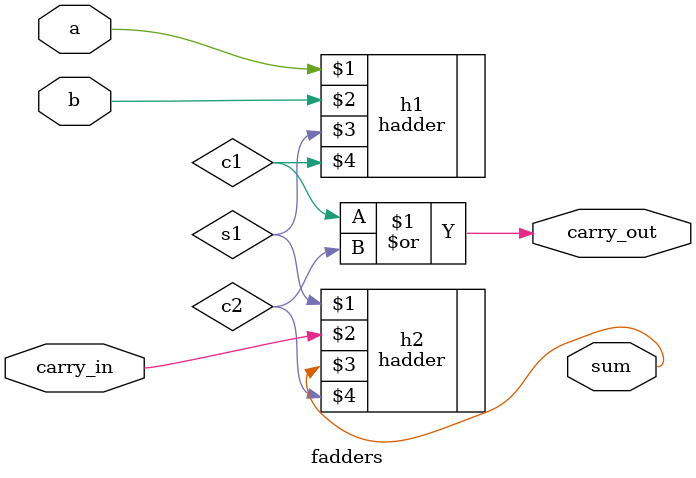
<source format=v>
`include "hadder.v"

module fadders(input a, input b, input carry_in, output sum, output carry_out);
  
  wire s1, c1, c2;
  
  hadder h1(a, b, s1, c1);
  hadder h2(s1, carry_in, sum, c2);

  assign carry_out = c1 | c2;

endmodule


</source>
